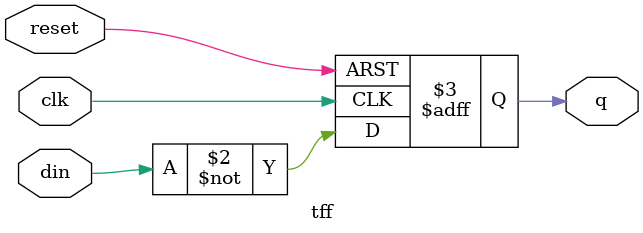
<source format=v>
module tff(
input din,clk,reset,
output reg q);
always@(posedge clk or posedge reset)
begin
if(reset)
q<=1'b0;
else
q<=~din;

end
endmodule

</source>
